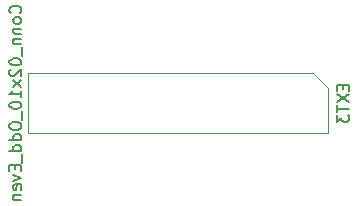
<source format=gbr>
G04 #@! TF.FileFunction,Other,Fab,Bot*
%FSLAX46Y46*%
G04 Gerber Fmt 4.6, Leading zero omitted, Abs format (unit mm)*
G04 Created by KiCad (PCBNEW 4.0.7) date 04/06/18 15:52:29*
%MOMM*%
%LPD*%
G01*
G04 APERTURE LIST*
%ADD10C,0.100000*%
%ADD11C,0.150000*%
G04 APERTURE END LIST*
D10*
X168910000Y-58420000D02*
X168910000Y-62230000D01*
X168910000Y-62230000D02*
X143510000Y-62230000D01*
X143510000Y-62230000D02*
X143510000Y-57150000D01*
X143510000Y-57150000D02*
X167640000Y-57150000D01*
X167640000Y-57150000D02*
X168910000Y-58420000D01*
D11*
X142807143Y-52047142D02*
X142854762Y-51999523D01*
X142902381Y-51856666D01*
X142902381Y-51761428D01*
X142854762Y-51618570D01*
X142759524Y-51523332D01*
X142664286Y-51475713D01*
X142473810Y-51428094D01*
X142330952Y-51428094D01*
X142140476Y-51475713D01*
X142045238Y-51523332D01*
X141950000Y-51618570D01*
X141902381Y-51761428D01*
X141902381Y-51856666D01*
X141950000Y-51999523D01*
X141997619Y-52047142D01*
X142902381Y-52618570D02*
X142854762Y-52523332D01*
X142807143Y-52475713D01*
X142711905Y-52428094D01*
X142426190Y-52428094D01*
X142330952Y-52475713D01*
X142283333Y-52523332D01*
X142235714Y-52618570D01*
X142235714Y-52761428D01*
X142283333Y-52856666D01*
X142330952Y-52904285D01*
X142426190Y-52951904D01*
X142711905Y-52951904D01*
X142807143Y-52904285D01*
X142854762Y-52856666D01*
X142902381Y-52761428D01*
X142902381Y-52618570D01*
X142235714Y-53380475D02*
X142902381Y-53380475D01*
X142330952Y-53380475D02*
X142283333Y-53428094D01*
X142235714Y-53523332D01*
X142235714Y-53666190D01*
X142283333Y-53761428D01*
X142378571Y-53809047D01*
X142902381Y-53809047D01*
X142235714Y-54285237D02*
X142902381Y-54285237D01*
X142330952Y-54285237D02*
X142283333Y-54332856D01*
X142235714Y-54428094D01*
X142235714Y-54570952D01*
X142283333Y-54666190D01*
X142378571Y-54713809D01*
X142902381Y-54713809D01*
X142997619Y-54951904D02*
X142997619Y-55713809D01*
X141902381Y-56142380D02*
X141902381Y-56237619D01*
X141950000Y-56332857D01*
X141997619Y-56380476D01*
X142092857Y-56428095D01*
X142283333Y-56475714D01*
X142521429Y-56475714D01*
X142711905Y-56428095D01*
X142807143Y-56380476D01*
X142854762Y-56332857D01*
X142902381Y-56237619D01*
X142902381Y-56142380D01*
X142854762Y-56047142D01*
X142807143Y-55999523D01*
X142711905Y-55951904D01*
X142521429Y-55904285D01*
X142283333Y-55904285D01*
X142092857Y-55951904D01*
X141997619Y-55999523D01*
X141950000Y-56047142D01*
X141902381Y-56142380D01*
X141997619Y-56856666D02*
X141950000Y-56904285D01*
X141902381Y-56999523D01*
X141902381Y-57237619D01*
X141950000Y-57332857D01*
X141997619Y-57380476D01*
X142092857Y-57428095D01*
X142188095Y-57428095D01*
X142330952Y-57380476D01*
X142902381Y-56809047D01*
X142902381Y-57428095D01*
X142902381Y-57761428D02*
X142235714Y-58285238D01*
X142235714Y-57761428D02*
X142902381Y-58285238D01*
X142902381Y-59190000D02*
X142902381Y-58618571D01*
X142902381Y-58904285D02*
X141902381Y-58904285D01*
X142045238Y-58809047D01*
X142140476Y-58713809D01*
X142188095Y-58618571D01*
X141902381Y-59809047D02*
X141902381Y-59904286D01*
X141950000Y-59999524D01*
X141997619Y-60047143D01*
X142092857Y-60094762D01*
X142283333Y-60142381D01*
X142521429Y-60142381D01*
X142711905Y-60094762D01*
X142807143Y-60047143D01*
X142854762Y-59999524D01*
X142902381Y-59904286D01*
X142902381Y-59809047D01*
X142854762Y-59713809D01*
X142807143Y-59666190D01*
X142711905Y-59618571D01*
X142521429Y-59570952D01*
X142283333Y-59570952D01*
X142092857Y-59618571D01*
X141997619Y-59666190D01*
X141950000Y-59713809D01*
X141902381Y-59809047D01*
X142997619Y-60332857D02*
X142997619Y-61094762D01*
X141902381Y-61523333D02*
X141902381Y-61713810D01*
X141950000Y-61809048D01*
X142045238Y-61904286D01*
X142235714Y-61951905D01*
X142569048Y-61951905D01*
X142759524Y-61904286D01*
X142854762Y-61809048D01*
X142902381Y-61713810D01*
X142902381Y-61523333D01*
X142854762Y-61428095D01*
X142759524Y-61332857D01*
X142569048Y-61285238D01*
X142235714Y-61285238D01*
X142045238Y-61332857D01*
X141950000Y-61428095D01*
X141902381Y-61523333D01*
X142902381Y-62809048D02*
X141902381Y-62809048D01*
X142854762Y-62809048D02*
X142902381Y-62713810D01*
X142902381Y-62523333D01*
X142854762Y-62428095D01*
X142807143Y-62380476D01*
X142711905Y-62332857D01*
X142426190Y-62332857D01*
X142330952Y-62380476D01*
X142283333Y-62428095D01*
X142235714Y-62523333D01*
X142235714Y-62713810D01*
X142283333Y-62809048D01*
X142902381Y-63713810D02*
X141902381Y-63713810D01*
X142854762Y-63713810D02*
X142902381Y-63618572D01*
X142902381Y-63428095D01*
X142854762Y-63332857D01*
X142807143Y-63285238D01*
X142711905Y-63237619D01*
X142426190Y-63237619D01*
X142330952Y-63285238D01*
X142283333Y-63332857D01*
X142235714Y-63428095D01*
X142235714Y-63618572D01*
X142283333Y-63713810D01*
X142997619Y-63951905D02*
X142997619Y-64713810D01*
X142378571Y-64951905D02*
X142378571Y-65285239D01*
X142902381Y-65428096D02*
X142902381Y-64951905D01*
X141902381Y-64951905D01*
X141902381Y-65428096D01*
X142235714Y-65761429D02*
X142902381Y-65999524D01*
X142235714Y-66237620D01*
X142854762Y-66999525D02*
X142902381Y-66904287D01*
X142902381Y-66713810D01*
X142854762Y-66618572D01*
X142759524Y-66570953D01*
X142378571Y-66570953D01*
X142283333Y-66618572D01*
X142235714Y-66713810D01*
X142235714Y-66904287D01*
X142283333Y-66999525D01*
X142378571Y-67047144D01*
X142473810Y-67047144D01*
X142569048Y-66570953D01*
X142235714Y-67475715D02*
X142902381Y-67475715D01*
X142330952Y-67475715D02*
X142283333Y-67523334D01*
X142235714Y-67618572D01*
X142235714Y-67761430D01*
X142283333Y-67856668D01*
X142378571Y-67904287D01*
X142902381Y-67904287D01*
X170108571Y-58142381D02*
X170108571Y-58475715D01*
X170632381Y-58618572D02*
X170632381Y-58142381D01*
X169632381Y-58142381D01*
X169632381Y-58618572D01*
X169632381Y-58951905D02*
X170632381Y-59618572D01*
X169632381Y-59618572D02*
X170632381Y-58951905D01*
X169632381Y-59856667D02*
X169632381Y-60428096D01*
X170632381Y-60142381D02*
X169632381Y-60142381D01*
X169632381Y-60666191D02*
X169632381Y-61285239D01*
X170013333Y-60951905D01*
X170013333Y-61094763D01*
X170060952Y-61190001D01*
X170108571Y-61237620D01*
X170203810Y-61285239D01*
X170441905Y-61285239D01*
X170537143Y-61237620D01*
X170584762Y-61190001D01*
X170632381Y-61094763D01*
X170632381Y-60809048D01*
X170584762Y-60713810D01*
X170537143Y-60666191D01*
M02*

</source>
